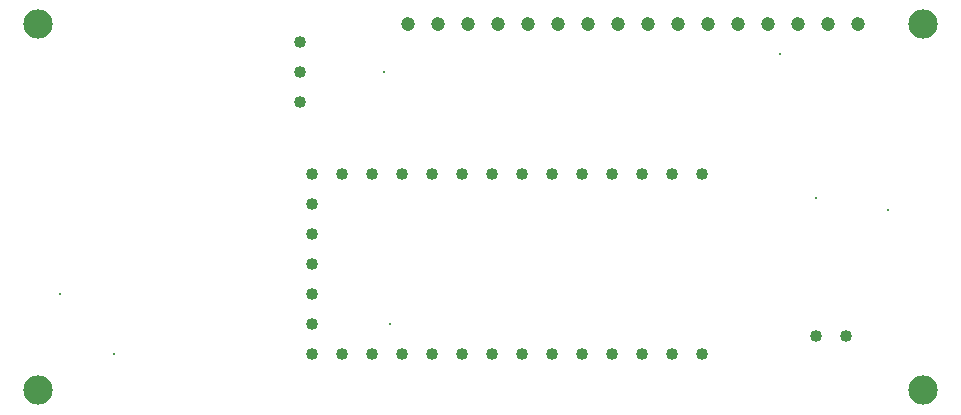
<source format=gko>
M48
;DRILL file {KiCad 4.0.1-3.201512221402+6198~38~ubuntu14.04.1-stable} date Sat 30 Jul 2016 09:56:51 PM PDT
;FORMAT={-:-/ absolute / inch / decimal}
FMAT,2
INCH,TZ
T1C0.013
T2C0.040
T3C0.047
T4C0.098
%
G90
G05
M72
T1
X4.04Y-4.04
X4.22Y-4.24
X5.12Y-3.3
X5.14Y-4.14
X6.44Y-3.24
X6.56Y-3.72
X6.8Y-3.76
T2
X4.84Y-3.2
X4.84Y-3.3
X4.84Y-3.4
X4.88Y-3.64
X4.88Y-3.74
X4.88Y-3.84
X4.88Y-3.94
X4.88Y-4.04
X4.88Y-4.14
X4.88Y-4.24
X4.98Y-3.64
X4.98Y-4.24
X5.08Y-3.64
X5.08Y-4.24
X5.18Y-3.64
X5.18Y-4.24
X5.28Y-3.64
X5.28Y-4.24
X5.38Y-3.64
X5.38Y-4.24
X5.48Y-3.64
X5.48Y-4.24
X5.58Y-3.64
X5.58Y-4.24
X5.68Y-3.64
X5.68Y-4.24
X5.78Y-3.64
X5.78Y-4.24
X5.88Y-3.64
X5.88Y-4.24
X5.98Y-3.64
X5.98Y-4.24
X6.08Y-3.64
X6.08Y-4.24
X6.18Y-3.64
X6.18Y-4.24
X6.56Y-4.18
X6.66Y-4.18
T3
X5.2Y-3.14
X5.3Y-3.14
X5.4Y-3.14
X5.5Y-3.14
X5.6Y-3.14
X5.7Y-3.14
X5.8Y-3.14
X5.9Y-3.14
X6.Y-3.14
X6.1Y-3.14
X6.2Y-3.14
X6.3Y-3.14
X6.4Y-3.14
X6.5Y-3.14
X6.6Y-3.14
X6.7Y-3.14
T4
X3.9638Y-3.14
X3.9638Y-4.3605
X6.9165Y-3.14
X6.9165Y-4.3605
T0
M30

</source>
